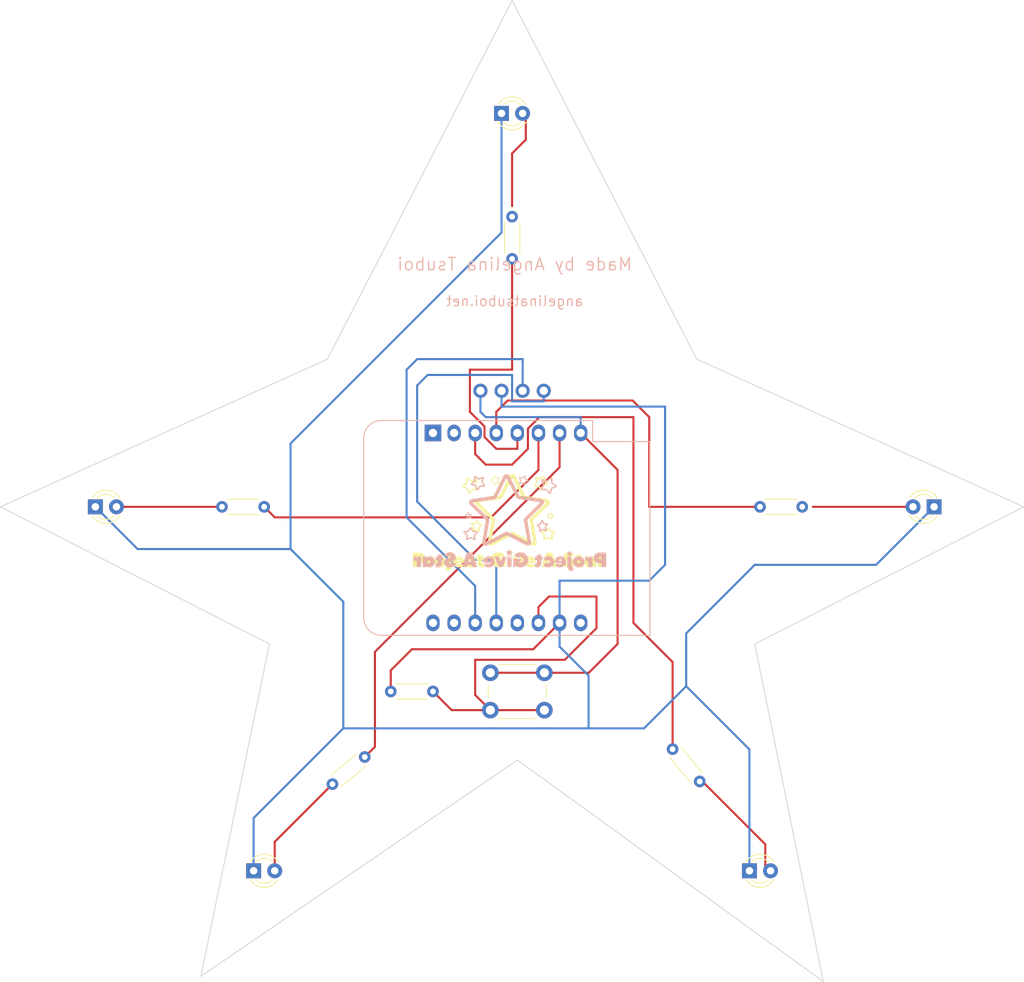
<source format=kicad_pcb>
(kicad_pcb (version 20211014) (generator pcbnew)
  (title_block (title "Give A Star") (date "12/12/22") (company "Angelina Tsuboi"))
  (layers (0 "F.Cu" signal) (31 "B.Cu" signal) (34 "B.Paste" user) (35 "F.Paste" user) (36 "B.SilkS" user "B.Silkscreen") (37 "F.SilkS" user "F.Silkscreen") (38 "B.Mask" user) (39 "F.Mask" user) (44 "Edge.Cuts" user))
  (net 0 "")
  (net 1 "/GND")
  (net 2 "/D4")
  (net 3 "/D8")
  (net 4 "Net-(.2-Pad2)")
  (net 5 "/D7")
  (net 6 "Net-(.3-Pad2)")
  (net 7 "/D6")
  (net 8 "Net-(.4-Pad2)")
  (net 9 "/D5")
  (net 10 "Net-(.5-Pad2)")
  (net 11 "/D0")
  (net 12 "Net-(.6-Pad2)")
  (net 15 "Net-(SW1-Pad1)")
  (net 16 "+5V")
  (net 18 "Net-(U1-Pad13)")
  (net 19 "Net-(U1-Pad14)")
  (footprint "LED_THT:LED_D3.0mm" (layer "F.Cu") (at 134.2975 44.715)
    (fp_text reference "D2" hide)
    (fp_text value "RIGHT" hide)
    (pad "1" thru_hole rect (at 0 0) (size 1.8 1.8) (drill 0.9) (layers *.Cu *.Mask) (net 1 "/GND"))
    (pad "2" thru_hole circle (at 2.54 0) (size 1.8 1.8) (drill 0.9) (layers *.Cu *.Mask) (net 8 "Net-(.4-Pad2)"))
  )
  (footprint "LED_THT:LED_D3.0mm" (layer "F.Cu") (at 164.1425 135.89)
    (fp_text reference "D4" hide)
    (fp_text value "LED" hide)
    (pad "1" thru_hole rect (at 0 0) (size 1.8 1.8) (drill 0.9) (layers *.Cu *.Mask) (net 1 "/GND"))
    (pad "2" thru_hole circle (at 2.54 0) (size 1.8 1.8) (drill 0.9) (layers *.Cu *.Mask) (net 12 "Net-(.6-Pad2)"))
  )
  (footprint "Button_Switch_THT:SW_PUSH_6mm" (layer "F.Cu") (at 132.9575 112.05)
    (fp_text reference "SW1" hide)
    (fp_text value "BUTTON")
    (pad "1" thru_hole circle (at 0 0 90) (size 2 2) (drill 1.1) (layers *.Cu *.Mask) (net 15 "Net-(SW1-Pad1)"))
    (pad "1" thru_hole circle (at 6.5 0 90) (size 2 2) (drill 1.1) (layers *.Cu *.Mask) (net 15 "Net-(SW1-Pad1)"))
    (pad "2" thru_hole circle (at 6.5 4.5 90) (size 2 2) (drill 1.1) (layers *.Cu *.Mask) (net 2 "/D4"))
    (pad "2" thru_hole circle (at 0 4.5 90) (size 2 2) (drill 1.1) (layers *.Cu *.Mask) (net 2 "/D4"))
  )
  (footprint "Resistor_THT:R_Axial_DIN0204_L3.6mm_D1.6mm_P5.08mm_Horizontal" (layer "F.Cu") (at 165.4175 92.075)
    (fp_text reference ".5" hide)
    (fp_text value "R" hide)
    (pad "1" thru_hole circle (at 0 0) (size 1.4 1.4) (drill 0.7) (layers *.Cu *.Mask) (net 9 "/D5"))
    (pad "2" thru_hole oval (at 5.08 0) (size 1.4 1.4) (drill 0.7) (layers *.Cu *.Mask) (net 10 "Net-(.5-Pad2)"))
  )
  (footprint "Resistor_THT:R_Axial_DIN0204_L3.6mm_D1.6mm_P5.08mm_Horizontal" (layer "F.Cu") (at 120.9675 114.3)
    (fp_text reference ".1" hide)
    (fp_text value "R" hide)
    (pad "1" thru_hole circle (at 0 0) (size 1.4 1.4) (drill 0.7) (layers *.Cu *.Mask) (net 1 "/GND"))
    (pad "2" thru_hole oval (at 5.08 0) (size 1.4 1.4) (drill 0.7) (layers *.Cu *.Mask) (net 2 "/D4"))
  )
  (footprint "Display Pretty:Adafruit_SSH1106" (layer "F.Cu") (at 126.6825 78.105)
    (fp_text reference "U2" hide)
    (fp_text value "SSH1106" hide)
    (pad "1" thru_hole circle (at 5.08 0) (size 1.7 1.7) (drill 1) (layers *.Cu *.Mask) (net 15 "Net-(SW1-Pad1)"))
    (pad "2" thru_hole circle (at 7.62 0) (size 1.7 1.7) (drill 1) (layers *.Cu *.Mask) (net 1 "/GND"))
    (pad "3" thru_hole circle (at 10.16 0) (size 1.7 1.7) (drill 1) (layers *.Cu *.Mask) (net 19 "Net-(U1-Pad14)"))
    (pad "4" thru_hole circle (at 12.7 0) (size 1.7 1.7) (drill 1) (layers *.Cu *.Mask) (net 18 "Net-(U1-Pad13)"))
  )
  (footprint "LED_THT:LED_D3.0mm" (layer "F.Cu") (at 186.3725 92.075 180)
    (fp_text reference "D3" hide)
    (fp_text value "BOTTOMRIGHT" hide)
    (pad "1" thru_hole rect (at 0 0 180) (size 1.8 1.8) (drill 0.9) (layers *.Cu *.Mask) (net 1 "/GND"))
    (pad "2" thru_hole circle (at 2.54 0 180) (size 1.8 1.8) (drill 0.9) (layers *.Cu *.Mask) (net 10 "Net-(.5-Pad2)"))
  )
  (footprint "LED_THT:LED_D3.0mm" (layer "F.Cu") (at 85.4075 92.075)
    (fp_text reference "D1" hide)
    (fp_text value "TOP" hide)
    (pad "1" thru_hole rect (at 0 0) (size 1.8 1.8) (drill 0.9) (layers *.Cu *.Mask) (net 1 "/GND"))
    (pad "2" thru_hole circle (at 2.54 0) (size 1.8 1.8) (drill 0.9) (layers *.Cu *.Mask) (net 6 "Net-(.3-Pad2)"))
  )
  (footprint "Resistor_THT:R_Axial_DIN0204_L3.6mm_D1.6mm_P5.08mm_Horizontal" (layer "F.Cu") (at 105.7275 92.075 180)
    (fp_text reference ".3" hide)
    (fp_text value "R" hide)
    (pad "1" thru_hole circle (at 0 0 180) (size 1.4 1.4) (drill 0.7) (layers *.Cu *.Mask) (net 5 "/D7"))
    (pad "2" thru_hole oval (at 5.08 0 180) (size 1.4 1.4) (drill 0.7) (layers *.Cu *.Mask) (net 6 "Net-(.3-Pad2)"))
  )
  (footprint "Resistor_THT:R_Axial_DIN0204_L3.6mm_D1.6mm_P5.08mm_Horizontal" (layer "F.Cu") (at 135.5725 62.23 90)
    (fp_text reference ".4" hide)
    (fp_text value "R" hide)
    (pad "1" thru_hole circle (at 0 0 90) (size 1.4 1.4) (drill 0.7) (layers *.Cu *.Mask) (net 7 "/D6"))
    (pad "2" thru_hole oval (at 5.08 0 90) (size 1.4 1.4) (drill 0.7) (layers *.Cu *.Mask) (net 8 "Net-(.4-Pad2)"))
  )
  (footprint "Resistor_THT:R_Axial_DIN0204_L3.6mm_D1.6mm_P5.08mm_Horizontal" (layer "F.Cu") (at 117.833253 122.19232 -140)
    (fp_text reference ".2" hide)
    (fp_text value "R" hide)
    (pad "1" thru_hole circle (at 0 0 220) (size 1.4 1.4) (drill 0.7) (layers *.Cu *.Mask) (net 3 "/D8"))
    (pad "2" thru_hole oval (at 5.08 0 220) (size 1.4 1.4) (drill 0.7) (layers *.Cu *.Mask) (net 4 "Net-(.2-Pad2)"))
  )
  (footprint "LED_THT:LED_D3.0mm" (layer "F.Cu") (at 104.4575 135.89)
    (fp_text reference "BOTTOMLEFT1" hide)
    (fp_text value "LEFT" hide)
    (pad "1" thru_hole rect (at 0 0) (size 1.8 1.8) (drill 0.9) (layers *.Cu *.Mask) (net 1 "/GND"))
    (pad "2" thru_hole circle (at 2.54 0) (size 1.8 1.8) (drill 0.9) (layers *.Cu *.Mask) (net 4 "Net-(.2-Pad2)"))
  )
  (footprint "LOGO" (layer "F.Cu") (at 135.255 93.98)
    (fp_text reference "G***" hide)
    (fp_text value "LOGO" hide)
  )
  (footprint "Resistor_THT:R_Axial_DIN0204_L3.6mm_D1.6mm_P5.08mm_Horizontal" (layer "F.Cu") (at 154.89482 121.244247 -50)
    (fp_text reference ".6" hide)
    (fp_text value "R" hide)
    (pad "1" thru_hole circle (at 0 0 310) (size 1.4 1.4) (drill 0.7) (layers *.Cu *.Mask) (net 11 "/D0"))
    (pad "2" thru_hole oval (at 5.08 0 310) (size 1.4 1.4) (drill 0.7) (layers *.Cu *.Mask) (net 12 "Net-(.6-Pad2)"))
  )
  (footprint "Module:WEMOS_D1_mini_light" (layer "B.Cu") (at 126.0475 83.185 -90)
    (fp_text reference "U1" hide)
    (fp_text value "WeMos_D1_mini")
    (pad "1" thru_hole rect (at 0 0 270) (size 2 2) (drill 1) (layers *.Cu *.Mask))
    (pad "2" thru_hole oval (at 0 -2.54 270) (size 2 1.6) (drill 1) (layers *.Cu *.Mask))
    (pad "3" thru_hole oval (at 0 -5.08 270) (size 2 1.6) (drill 1) (layers *.Cu *.Mask) (net 11 "/D0"))
    (pad "4" thru_hole oval (at 0 -7.62 270) (size 2 1.6) (drill 1) (layers *.Cu *.Mask) (net 9 "/D5"))
    (pad "5" thru_hole oval (at 0 -10.16 270) (size 2 1.6) (drill 1) (layers *.Cu *.Mask) (net 7 "/D6"))
    (pad "6" thru_hole oval (at 0 -12.7 270) (size 2 1.6) (drill 1) (layers *.Cu *.Mask) (net 5 "/D7"))
    (pad "7" thru_hole oval (at 0 -15.24 270) (size 2 1.6) (drill 1) (layers *.Cu *.Mask) (net 3 "/D8"))
    (pad "8" thru_hole oval (at 0 -17.78 270) (size 2 1.6) (drill 1) (layers *.Cu *.Mask) (net 15 "Net-(SW1-Pad1)"))
    (pad "9" thru_hole oval (at 22.86 -17.78 270) (size 2 1.6) (drill 1) (layers *.Cu *.Mask) (net 16 "+5V"))
    (pad "10" thru_hole oval (at 22.86 -15.24 270) (size 2 1.6) (drill 1) (layers *.Cu *.Mask) (net 1 "/GND"))
    (pad "11" thru_hole oval (at 22.86 -12.7 270) (size 2 1.6) (drill 1) (layers *.Cu *.Mask) (net 2 "/D4"))
    (pad "12" thru_hole oval (at 22.86 -10.16 270) (size 2 1.6) (drill 1) (layers *.Cu *.Mask))
    (pad "13" thru_hole oval (at 22.86 -7.62 270) (size 2 1.6) (drill 1) (layers *.Cu *.Mask) (net 18 "Net-(U1-Pad13)"))
    (pad "14" thru_hole oval (at 22.86 -5.08 270) (size 2 1.6) (drill 1) (layers *.Cu *.Mask) (net 19 "Net-(U1-Pad14)"))
    (pad "15" thru_hole oval (at 22.86 -2.54 270) (size 2 1.6) (drill 1) (layers *.Cu *.Mask))
    (pad "16" thru_hole oval (at 22.86 0 270) (size 2 1.6) (drill 1) (layers *.Cu *.Mask))
  )
  (footprint "LOGO" (layer "B.Cu") (at 135.255 93.98 180)
    (fp_text reference "G***" hide)
    (fp_text value "LOGO" hide)
  )
  (gr_line (start 197.1675 92.075) (end 164.7825 108.585) (layer "Edge.Cuts") (width 0.1))
  (gr_line (start 73.9775 92.075) (end 113.3475 74.295) (layer "Edge.Cuts") (width 0.1))
  (gr_line (start 164.7825 108.585) (end 173.0375 149.225) (layer "Edge.Cuts") (width 0.1))
  (gr_line (start 113.3475 74.295) (end 135.5725 31.115) (layer "Edge.Cuts") (width 0.1))
  (gr_line (start 106.3625 108.585) (end 73.9775 92.075) (layer "Edge.Cuts") (width 0.1))
  (gr_line (start 98.1075 148.59) (end 106.3625 108.585) (layer "Edge.Cuts") (width 0.1))
  (gr_line (start 136.2075 122.555) (end 98.1075 148.59) (layer "Edge.Cuts") (width 0.1))
  (gr_line (start 173.0375 149.225) (end 136.2075 122.555) (layer "Edge.Cuts") (width 0.1))
  (gr_line (start 157.7975 74.295) (end 197.1675 92.075) (layer "Edge.Cuts") (width 0.1))
  (gr_line (start 135.5725 31.115) (end 157.7975 74.295) (layer "Edge.Cuts") (width 0.1))
  (gr_text "Made by Angelina Tsuboi\n" (at 135.89 62.865) (layer "B.SilkS") (effects (font (size 1.5 1.5)) (justify mirror)))
  (gr_text "angelinatsuboi.net\n" (at 135.89 67.31) (layer "B.SilkS") (effects (font (size 1.2 1.2)) (justify mirror)))
  (segment (start 120.9675 111.76) (end 123.5075 109.22) (width 0.25) (layer "F.Cu") (net 1))
  (segment (start 120.9675 114.3) (end 120.9675 111.76) (width 0.25) (layer "F.Cu") (net 1))
  (segment (start 138.1125 109.22) (end 141.2875 106.045) (width 0.25) (layer "F.Cu") (net 1))
  (segment (start 123.5075 109.22) (end 138.1125 109.22) (width 0.25) (layer "F.Cu") (net 1))
  (segment (start 110.8075 123.19) (end 115.2525 118.745) (width 0.25) (layer "B.Cu") (net 1))
  (segment (start 85.4075 92.075) (end 90.4875 97.155) (width 0.25) (layer "B.Cu") (net 1))
  (segment (start 179.3875 99.06) (end 186.3725 92.075) (width 0.25) (layer "B.Cu") (net 1))
  (segment (start 141.2875 108.9025) (end 144.78 112.395) (width 0.25) (layer "B.Cu") (net 1))
  (segment (start 108.9025 97.155) (end 108.9025 84.455) (width 0.25) (layer "B.Cu") (net 1))
  (segment (start 134.3025 80.01) (end 153.9875 80.01) (width 0.25) (layer "B.Cu") (net 1))
  (segment (start 141.2875 100.965) (end 141.2875 106.045) (width 0.25) (layer "B.Cu") (net 1))
  (segment (start 144.78 118.745) (end 151.4475 118.745) (width 0.25) (layer "B.Cu") (net 1))
  (segment (start 153.9875 99.06) (end 152.0825 100.965) (width 0.25) (layer "B.Cu") (net 1))
  (segment (start 134.3025 78.105) (end 134.3025 80.01) (width 0.25) (layer "B.Cu") (net 1))
  (segment (start 164.1425 121.28) (end 156.5275 113.665) (width 0.25) (layer "B.Cu") (net 1))
  (segment (start 108.9025 97.155) (end 115.2525 103.505) (width 0.25) (layer "B.Cu") (net 1))
  (segment (start 144.78 112.395) (end 144.78 118.745) (width 0.25) (layer "B.Cu") (net 1))
  (segment (start 117.1575 118.745) (end 144.78 118.745) (width 0.25) (layer "B.Cu") (net 1))
  (segment (start 164.1425 135.89) (end 164.1425 121.28) (width 0.25) (layer "B.Cu") (net 1))
  (segment (start 156.5275 113.665) (end 156.5275 107.315) (width 0.25) (layer "B.Cu") (net 1))
  (segment (start 156.5275 107.315) (end 164.7825 99.06) (width 0.25) (layer "B.Cu") (net 1))
  (segment (start 141.2875 106.045) (end 141.2875 108.9025) (width 0.25) (layer "B.Cu") (net 1))
  (segment (start 134.2975 59.06) (end 134.2975 44.715) (width 0.25) (layer "B.Cu") (net 1))
  (segment (start 115.2525 103.505) (end 115.2525 118.745) (width 0.25) (layer "B.Cu") (net 1))
  (segment (start 153.9875 80.01) (end 153.9875 99.06) (width 0.25) (layer "B.Cu") (net 1))
  (segment (start 104.4575 129.54) (end 110.8075 123.19) (width 0.25) (layer "B.Cu") (net 1))
  (segment (start 108.9025 84.455) (end 134.2975 59.06) (width 0.25) (layer "B.Cu") (net 1))
  (segment (start 151.4475 118.745) (end 156.5275 113.665) (width 0.25) (layer "B.Cu") (net 1))
  (segment (start 90.4875 97.155) (end 108.9025 97.155) (width 0.25) (layer "B.Cu") (net 1))
  (segment (start 152.0825 100.965) (end 141.2875 100.965) (width 0.25) (layer "B.Cu") (net 1))
  (segment (start 104.4575 135.89) (end 104.4575 129.54) (width 0.25) (layer "B.Cu") (net 1))
  (segment (start 164.7825 99.06) (end 179.3875 99.06) (width 0.25) (layer "B.Cu") (net 1))
  (segment (start 115.2525 118.745) (end 117.1575 118.745) (width 0.25) (layer "B.Cu") (net 1))
  (segment (start 131.1275 114.72) (end 132.9575 116.55) (width 0.25) (layer "F.Cu") (net 2))
  (segment (start 141.9225 110.49) (end 131.1275 110.49) (width 0.25) (layer "F.Cu") (net 2))
  (segment (start 128.2975 116.55) (end 126.0475 114.3) (width 0.25) (layer "F.Cu") (net 2))
  (segment (start 132.9575 116.55) (end 139.4575 116.55) (width 0.25) (layer "F.Cu") (net 2))
  (segment (start 138.7475 106.045) (end 138.7475 104.14) (width 0.25) (layer "F.Cu") (net 2))
  (segment (start 145.7325 102.87) (end 145.7325 106.68) (width 0.25) (layer "F.Cu") (net 2))
  (segment (start 138.7475 104.14) (end 140.0175 102.87) (width 0.25) (layer "F.Cu") (net 2))
  (segment (start 145.7325 106.68) (end 141.9225 110.49) (width 0.25) (layer "F.Cu") (net 2))
  (segment (start 131.1275 110.49) (end 131.1275 114.72) (width 0.25) (layer "F.Cu") (net 2))
  (segment (start 132.9575 116.55) (end 128.2975 116.55) (width 0.25) (layer "F.Cu") (net 2))
  (segment (start 140.0175 102.87) (end 145.7325 102.87) (width 0.25) (layer "F.Cu") (net 2))
  (segment (start 117.833253 122.19232) (end 119.0625 120.963073) (width 0.25) (layer "F.Cu") (net 3))
  (segment (start 119.0625 109.5375) (end 141.2875 87.3125) (width 0.25) (layer "F.Cu") (net 3))
  (segment (start 119.0625 120.963073) (end 119.0625 109.5375) (width 0.25) (layer "F.Cu") (net 3))
  (segment (start 141.2875 87.3125) (end 141.2875 83.185) (width 0.25) (layer "F.Cu") (net 3))
  (segment (start 106.9975 135.89) (end 106.9975 132.401928) (width 0.25) (layer "F.Cu") (net 4))
  (segment (start 106.9975 132.401928) (end 113.941747 125.457681) (width 0.25) (layer "F.Cu") (net 4))
  (segment (start 138.7475 87.63) (end 133.033896 93.343604) (width 0.25) (layer "F.Cu") (net 5))
  (segment (start 106.996104 93.343604) (end 105.7275 92.075) (width 0.25) (layer "F.Cu") (net 5))
  (segment (start 133.033896 93.343604) (end 106.996104 93.343604) (width 0.25) (layer "F.Cu") (net 5))
  (segment (start 138.7475 83.185) (end 138.7475 87.63) (width 0.25) (layer "F.Cu") (net 5))
  (segment (start 100.6475 92.075) (end 87.9475 92.075) (width 0.25) (layer "F.Cu") (net 6))
  (segment (start 135.5725 62.23) (end 135.5725 75.565) (width 0.25) (layer "F.Cu") (net 7))
  (segment (start 135.5725 75.565) (end 130.4925 75.565) (width 0.25) (layer "F.Cu") (net 7))
  (segment (start 132.2525 83.675) (end 133.6675 85.09) (width 0.25) (layer "F.Cu") (net 7))
  (segment (start 132.2525 82.405) (end 132.2525 83.675) (width 0.25) (layer "F.Cu") (net 7))
  (segment (start 130.4925 80.645) (end 132.2525 82.405) (width 0.25) (layer "F.Cu") (net 7))
  (segment (start 136.2075 85.09) (end 136.2075 83.185) (width 0.25) (layer "F.Cu") (net 7))
  (segment (start 133.6675 85.09) (end 136.2075 85.09) (width 0.25) (layer "F.Cu") (net 7))
  (segment (start 130.4925 75.565) (end 130.4925 80.645) (width 0.25) (layer "F.Cu") (net 7))
  (segment (start 135.5725 49.53) (end 135.5725 55.88) (width 0.25) (layer "F.Cu") (net 8))
  (segment (start 137.2225 44.715) (end 137.2225 47.88) (width 0.25) (layer "F.Cu") (net 8))
  (segment (start 137.2225 47.88) (end 135.5725 49.53) (width 0.25) (layer "F.Cu") (net 8))
  (segment (start 152.0825 92.075) (end 152.0825 81.28) (width 0.25) (layer "F.Cu") (net 9))
  (segment (start 152.0825 81.28) (end 150.0825 79.28) (width 0.25) (layer "F.Cu") (net 9))
  (segment (start 133.6675 80.645) (end 133.6675 83.185) (width 0.25) (layer "F.Cu") (net 9))
  (segment (start 165.4175 92.075) (end 152.0825 92.075) (width 0.25) (layer "F.Cu") (net 9))
  (segment (start 135.0325 79.28) (end 133.6675 80.645) (width 0.25) (layer "F.Cu") (net 9))
  (segment (start 150.0825 79.28) (end 135.0325 79.28) (width 0.25) (layer "F.Cu") (net 9))
  (segment (start 183.8325 92.075) (end 171.7675 92.075) (width 0.25) (layer "F.Cu") (net 10))
  (segment (start 150.1775 106.045) (end 150.1775 81.28) (width 0.25) (layer "F.Cu") (net 11))
  (segment (start 132.3975 86.995) (end 131.1275 85.725) (width 0.25) (layer "F.Cu") (net 11))
  (segment (start 131.1275 85.725) (end 131.1275 83.185) (width 0.25) (layer "F.Cu") (net 11))
  (segment (start 138.86151 81.28) (end 137.4775 82.66401) (width 0.25) (layer "F.Cu") (net 11))
  (segment (start 137.4775 82.66401) (end 137.4775 85.09) (width 0.25) (layer "F.Cu") (net 11))
  (segment (start 154.89482 121.244247) (end 154.89482 110.76232) (width 0.25) (layer "F.Cu") (net 11))
  (segment (start 154.89482 110.76232) (end 150.1775 106.045) (width 0.25) (layer "F.Cu") (net 11))
  (segment (start 135.5725 86.995) (end 132.3975 86.995) (width 0.25) (layer "F.Cu") (net 11))
  (segment (start 137.4775 85.09) (end 135.5725 86.995) (width 0.25) (layer "F.Cu") (net 11))
  (segment (start 150.1775 81.28) (end 138.86151 81.28) (width 0.25) (layer "F.Cu") (net 11))
  (segment (start 166.0525 135.89) (end 166.0525 132.706145) (width 0.25) (layer "F.Cu") (net 12))
  (segment (start 166.0525 132.706145) (end 158.482108 125.135753) (width 0.25) (layer "F.Cu") (net 12))
  (segment (start 139.4575 112.05) (end 144.8075 112.05) (width 0.25) (layer "F.Cu") (net 15))
  (segment (start 148.2725 87.63) (end 143.8275 83.185) (width 0.25) (layer "F.Cu") (net 15))
  (segment (start 144.8075 112.05) (end 148.2725 108.585) (width 0.25) (layer "F.Cu") (net 15))
  (segment (start 132.9575 112.05) (end 139.4575 112.05) (width 0.25) (layer "F.Cu") (net 15))
  (segment (start 148.2725 108.585) (end 148.2725 87.63) (width 0.25) (layer "F.Cu") (net 15))
  (segment (start 143.8275 81.28) (end 143.8275 83.185) (width 0.25) (layer "B.Cu") (net 15))
  (segment (start 131.7625 80.645) (end 132.3975 81.28) (width 0.25) (layer "B.Cu") (net 15))
  (segment (start 131.7625 78.105) (end 131.7625 80.645) (width 0.25) (layer "B.Cu") (net 15))
  (segment (start 132.3975 81.28) (end 143.8275 81.28) (width 0.25) (layer "B.Cu") (net 15))
  (segment (start 124.1425 77.47) (end 124.1425 91.44) (width 0.25) (layer "B.Cu") (net 18))
  (segment (start 131.1275 98.425) (end 133.0325 98.425) (width 0.25) (layer "B.Cu") (net 18))
  (segment (start 135.5725 79.375) (end 135.5725 76.2) (width 0.25) (layer "B.Cu") (net 18))
  (segment (start 125.4125 76.2) (end 124.1425 77.47) (width 0.25) (layer "B.Cu") (net 18))
  (segment (start 139.3825 79.375) (end 135.5725 79.375) (width 0.25) (layer "B.Cu") (net 18))
  (segment (start 133.0325 98.425) (end 133.6675 99.06) (width 0.25) (layer "B.Cu") (net 18))
  (segment (start 133.6675 99.06) (end 133.6675 106.045) (width 0.25) (layer "B.Cu") (net 18))
  (segment (start 135.5725 76.2) (end 125.4125 76.2) (width 0.25) (layer "B.Cu") (net 18))
  (segment (start 124.1425 91.44) (end 131.1275 98.425) (width 0.25) (layer "B.Cu") (net 18))
  (segment (start 139.3825 78.105) (end 139.3825 79.375) (width 0.25) (layer "B.Cu") (net 18))
  (segment (start 136.8425 78.105) (end 136.8425 74.295) (width 0.25) (layer "B.Cu") (net 19))
  (segment (start 122.8725 75.565) (end 122.8725 93.345) (width 0.25) (layer "B.Cu") (net 19))
  (segment (start 122.8725 93.345) (end 131.1275 101.6) (width 0.25) (layer "B.Cu") (net 19))
  (segment (start 136.8425 74.295) (end 124.1425 74.295) (width 0.25) (layer "B.Cu") (net 19))
  (segment (start 124.1425 74.295) (end 122.8725 75.565) (width 0.25) (layer "B.Cu") (net 19))
  (segment (start 131.1275 101.6) (end 131.1275 106.045) (width 0.25) (layer "B.Cu") (net 19))
)
</source>
